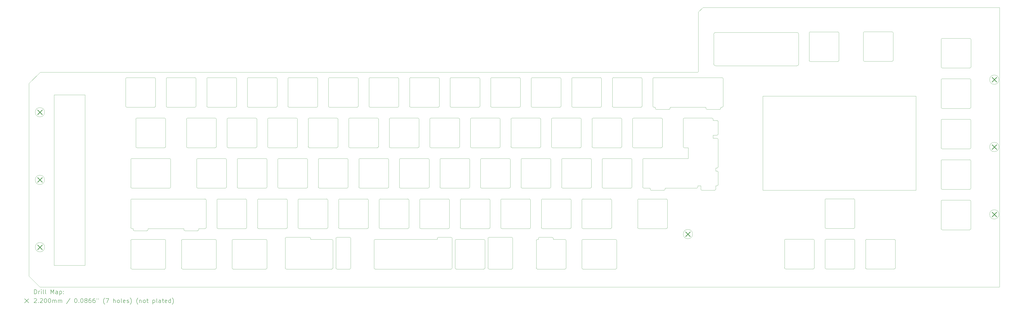
<source format=gbr>
%TF.GenerationSoftware,KiCad,Pcbnew,8.0.3*%
%TF.CreationDate,2024-09-11T17:16:24-04:00*%
%TF.ProjectId,cover_plate,636f7665-725f-4706-9c61-74652e6b6963,rev?*%
%TF.SameCoordinates,Original*%
%TF.FileFunction,Drillmap*%
%TF.FilePolarity,Positive*%
%FSLAX45Y45*%
G04 Gerber Fmt 4.5, Leading zero omitted, Abs format (unit mm)*
G04 Created by KiCad (PCBNEW 8.0.3) date 2024-09-11 17:16:24*
%MOMM*%
%LPD*%
G01*
G04 APERTURE LIST*
%ADD10C,0.100000*%
%ADD11C,0.200000*%
%ADD12C,0.220000*%
G04 APERTURE END LIST*
D10*
X27402095Y-18898355D02*
G75*
G02*
X27452095Y-18948355I-5J-50005D01*
G01*
X17379645Y-16578355D02*
G75*
G02*
X17329645Y-16528355I-5J49995D01*
G01*
X26452145Y-14668355D02*
G75*
G02*
X26402145Y-14618355I-5J49995D01*
G01*
X12127145Y-12758355D02*
X13427145Y-12758355D01*
X39928395Y-15767155D02*
X39867195Y-15767155D01*
X22072145Y-14618355D02*
X22072145Y-13318355D01*
X39928395Y-15767155D02*
G75*
G02*
X39978395Y-15817155I-5J-50005D01*
G01*
X46874185Y-10592195D02*
X48174185Y-10592195D01*
X28757145Y-12708355D02*
G75*
G02*
X28707145Y-12758365I-50005J-5D01*
G01*
X20244645Y-18488355D02*
G75*
G02*
X20194645Y-18438355I-5J49995D01*
G01*
X31227145Y-12758355D02*
X32527145Y-12758355D01*
X51835605Y-15233675D02*
X50535605Y-15233675D01*
X22977145Y-11358355D02*
G75*
G02*
X23027145Y-11408355I-5J-50005D01*
G01*
X48277065Y-18992795D02*
X46977065Y-18992795D01*
X31177145Y-11408355D02*
G75*
G02*
X31227145Y-11358365I49995J-5D01*
G01*
X16342145Y-20348355D02*
X16342145Y-19048355D01*
X23982145Y-14618355D02*
G75*
G02*
X23932145Y-14668365I-50005J-5D01*
G01*
X22627195Y-18898355D02*
G75*
G02*
X22677195Y-18948355I-5J-50005D01*
G01*
X20162145Y-14618355D02*
X20162145Y-13318355D01*
X34042145Y-13318355D02*
X34042145Y-14618355D01*
X16902145Y-14668355D02*
G75*
G02*
X16852145Y-14618355I-5J49995D01*
G01*
X30749645Y-16578355D02*
G75*
G02*
X30699645Y-16528355I-5J49995D01*
G01*
X21833395Y-20348355D02*
X21833395Y-19048355D01*
X27357145Y-11408355D02*
X27357145Y-12708355D01*
X16342145Y-14618355D02*
G75*
G02*
X16292145Y-14668365I-50005J-5D01*
G01*
X31512145Y-18998355D02*
X31512145Y-18948360D01*
X23587145Y-12758355D02*
X24887145Y-12758355D01*
X18679645Y-15178355D02*
G75*
G02*
X18729645Y-15228355I-5J-50005D01*
G01*
X36002145Y-14668355D02*
G75*
G02*
X35952145Y-14618355I-5J49995D01*
G01*
X50485605Y-11463675D02*
G75*
G02*
X50535605Y-11413685I49995J-5D01*
G01*
X32659645Y-16578355D02*
G75*
G02*
X32609645Y-16528355I-5J49995D01*
G01*
X13126645Y-18488855D02*
X14814645Y-18488855D01*
X20732145Y-18898355D02*
G75*
G02*
X20782145Y-18948355I-5J-50005D01*
G01*
X28312145Y-13318355D02*
X28312145Y-14618355D01*
X28789645Y-15228355D02*
X28789645Y-16528355D01*
X38389645Y-14668355D02*
G75*
G02*
X38339645Y-14618355I-5J49995D01*
G01*
X39689645Y-13268355D02*
X38389645Y-13268355D01*
X48174185Y-9192195D02*
G75*
G02*
X48224185Y-9242195I-5J-50005D01*
G01*
X33614645Y-20398355D02*
X35153395Y-20398355D01*
X21677145Y-12758355D02*
X22977145Y-12758355D01*
X48224185Y-10542195D02*
X48224185Y-9242195D01*
X28789645Y-15228355D02*
G75*
G02*
X28839645Y-15178365I49995J-5D01*
G01*
X32527145Y-11358355D02*
G75*
G02*
X32577145Y-11408355I-5J-50005D01*
G01*
X22582145Y-13318355D02*
X22582145Y-14618355D01*
X28312145Y-13318355D02*
G75*
G02*
X28362145Y-13268365I49995J-5D01*
G01*
X37718345Y-12808355D02*
G75*
G02*
X37668345Y-12858365I-50005J-5D01*
G01*
X18252145Y-14618355D02*
X18252145Y-13318355D01*
X26797145Y-11358355D02*
G75*
G02*
X26847145Y-11408355I-5J-50005D01*
G01*
X22677195Y-20348355D02*
X22677195Y-18948355D01*
X22154645Y-18488355D02*
X23454645Y-18488355D01*
X20589645Y-15178355D02*
X19289645Y-15178355D01*
X14703395Y-19048355D02*
X14703395Y-20348355D01*
X36240895Y-18488355D02*
G75*
G02*
X36190895Y-18438355I-5J49995D01*
G01*
X31094645Y-17088355D02*
G75*
G02*
X31144645Y-17138355I-5J-50005D01*
G01*
X32816127Y-20348355D02*
G75*
G02*
X32765913Y-20398598I-50238J-5D01*
G01*
X38389645Y-14668355D02*
X38578395Y-14668355D01*
X27834645Y-17138355D02*
X27834645Y-18438355D01*
X31654645Y-17138355D02*
G75*
G02*
X31704645Y-17088365I49995J-5D01*
G01*
X16852145Y-13318355D02*
G75*
G02*
X16902145Y-13268365I49995J-5D01*
G01*
X15419645Y-15228355D02*
G75*
G02*
X15469645Y-15178365I49995J-5D01*
G01*
X12365895Y-18488355D02*
X12427095Y-18488855D01*
X27752145Y-13268355D02*
G75*
G02*
X27802145Y-13318355I-5J-50005D01*
G01*
X16852145Y-13318355D02*
X16852145Y-14618355D01*
X18762145Y-13318355D02*
X18762145Y-14618355D01*
X16342145Y-14618355D02*
X16342145Y-13318355D01*
X14814645Y-18488855D02*
X14814645Y-18538355D01*
X25924645Y-17138355D02*
G75*
G02*
X25974645Y-17088365I49995J-5D01*
G01*
X21067145Y-11358355D02*
X19767145Y-11358355D01*
X51835605Y-13323675D02*
G75*
G02*
X51885605Y-13373675I-5J-50005D01*
G01*
X20194645Y-17138355D02*
X20194645Y-18438355D01*
X24459645Y-16528355D02*
X24459645Y-15228355D01*
X33482145Y-13268355D02*
G75*
G02*
X33532145Y-13318355I-5J-50005D01*
G01*
X34437145Y-11358355D02*
G75*
G02*
X34487145Y-11408355I-5J-50005D01*
G01*
X23932145Y-13268355D02*
X22632145Y-13268355D01*
X29317145Y-12758355D02*
X30617145Y-12758355D01*
X31177145Y-11408355D02*
X31177145Y-12708355D01*
X30617145Y-11358355D02*
X29317145Y-11358355D01*
X53210000Y-11456000D02*
G75*
G02*
X52770000Y-11456000I-220000J0D01*
G01*
X52770000Y-11456000D02*
G75*
G02*
X53210000Y-11456000I220000J0D01*
G01*
X32182145Y-14668355D02*
G75*
G02*
X32132145Y-14618355I-5J49995D01*
G01*
X45018245Y-17130975D02*
X45018245Y-18430975D01*
X44509445Y-20340015D02*
X44509445Y-19040015D01*
X31704645Y-18488355D02*
G75*
G02*
X31654645Y-18438355I-5J49995D01*
G01*
X25842145Y-13268355D02*
X24542145Y-13268355D01*
X35203975Y-20348001D02*
G75*
G02*
X35153065Y-20398945I-50585J-359D01*
G01*
X34914645Y-17088355D02*
G75*
G02*
X34964645Y-17138355I-5J-50005D01*
G01*
X33004645Y-17088355D02*
G75*
G02*
X33054645Y-17138355I-5J-50005D01*
G01*
X21783395Y-18998355D02*
G75*
G02*
X21833395Y-19048355I-5J-50005D01*
G01*
X33614645Y-20398355D02*
G75*
G02*
X33564645Y-20348355I-5J49995D01*
G01*
X50489355Y-9554355D02*
G75*
G02*
X50539355Y-9504355I50005J-5D01*
G01*
X22027195Y-20398355D02*
X22627195Y-20398355D01*
X21544645Y-17088355D02*
G75*
G02*
X21594645Y-17138355I-5J-50005D01*
G01*
X18729645Y-16528355D02*
X18729645Y-15228355D01*
X35392145Y-13268355D02*
G75*
G02*
X35442145Y-13318355I-5J-50005D01*
G01*
X27802145Y-14618355D02*
G75*
G02*
X27752145Y-14668365I-50005J-5D01*
G01*
X16902145Y-14668355D02*
X18202145Y-14668355D01*
X12315676Y-17138355D02*
G75*
G02*
X12365765Y-17088176I50184J-5D01*
G01*
X23027145Y-12708355D02*
X23027145Y-11408355D01*
X24064645Y-18488355D02*
X25364645Y-18488355D01*
X30139645Y-15178355D02*
X28839645Y-15178355D01*
X20639645Y-16528355D02*
G75*
G02*
X20589645Y-16578365I-50005J-5D01*
G01*
X50535605Y-12813675D02*
X51835605Y-12813675D01*
X19684645Y-18438355D02*
X19684645Y-17138355D01*
X21833395Y-20348355D02*
G75*
G02*
X21783395Y-20398355I-49995J-5D01*
G01*
X45018245Y-19040975D02*
G75*
G02*
X45068245Y-18990985I49995J-5D01*
G01*
X39739645Y-14079555D02*
X39739645Y-14223355D01*
X37068345Y-12858355D02*
X37668345Y-12858355D01*
X29794645Y-18488355D02*
G75*
G02*
X29744645Y-18438355I-5J49995D01*
G01*
X18334645Y-18488355D02*
X19634645Y-18488355D01*
X36479645Y-16578355D02*
X36779595Y-16578355D01*
X29794645Y-18488355D02*
X31094645Y-18488355D01*
X28229645Y-15178355D02*
G75*
G02*
X28279645Y-15228355I-5J-50005D01*
G01*
X20639645Y-16528355D02*
X20639645Y-15228355D01*
X12477095Y-18588355D02*
G75*
G02*
X12427095Y-18538355I-5J49995D01*
G01*
X34092145Y-14668355D02*
X35392145Y-14668355D01*
X30699645Y-15228355D02*
G75*
G02*
X30749645Y-15178365I49995J-5D01*
G01*
X18202145Y-13268355D02*
X16902145Y-13268355D01*
X20722145Y-14668355D02*
X22022145Y-14668355D01*
X26452145Y-14668355D02*
X27752145Y-14668355D01*
X28362145Y-14668355D02*
G75*
G02*
X28312145Y-14618355I-5J49995D01*
G01*
X30272145Y-14668355D02*
X31572145Y-14668355D01*
X16819645Y-16528355D02*
X16819645Y-15228355D01*
X51885605Y-18493675D02*
X51885605Y-17193675D01*
X51885605Y-18493675D02*
G75*
G02*
X51835605Y-18543685I-50005J-5D01*
G01*
X40174145Y-11358355D02*
X36957145Y-11358355D01*
X39772845Y-9325115D02*
G75*
G02*
X39872845Y-9225125I99995J-5D01*
G01*
X34569645Y-16578355D02*
X35869645Y-16578355D01*
X27274645Y-17088355D02*
X25974645Y-17088355D01*
X24409645Y-15178355D02*
X23109645Y-15178355D01*
X14143395Y-15178355D02*
X12365895Y-15178355D01*
X39023395Y-16528355D02*
X39023395Y-16467155D01*
X31415895Y-19048355D02*
G75*
G02*
X31465895Y-18998365I49995J-5D01*
G01*
X32099645Y-16528355D02*
G75*
G02*
X32049645Y-16578365I-50005J-5D01*
G01*
X30303395Y-20348355D02*
X30303395Y-18948355D01*
X29267145Y-11408355D02*
X29267145Y-12708355D01*
X50535605Y-14723675D02*
X51835605Y-14723675D01*
X33532145Y-14618355D02*
G75*
G02*
X33482145Y-14668365I-50005J-5D01*
G01*
X28279645Y-16528355D02*
G75*
G02*
X28229645Y-16578365I-50005J-5D01*
G01*
X30189645Y-16528355D02*
G75*
G02*
X30139645Y-16578365I-50005J-5D01*
G01*
X39772845Y-9325115D02*
X39772845Y-10700115D01*
X13427145Y-11358355D02*
G75*
G02*
X13477145Y-11408355I-5J-50005D01*
G01*
X39217195Y-16678355D02*
G75*
G02*
X39167195Y-16628355I-5J49995D01*
G01*
X45670345Y-10547615D02*
G75*
G02*
X45620345Y-10597625I-50005J-5D01*
G01*
X13954645Y-14618355D02*
G75*
G02*
X13904645Y-14668365I-50005J-5D01*
G01*
X12554645Y-13318355D02*
X12554645Y-14618355D01*
X51889355Y-10854355D02*
X51889355Y-9554355D01*
X23827000Y-20398355D02*
X27402095Y-20398355D01*
X28839645Y-16578355D02*
G75*
G02*
X28789645Y-16528355I-5J49995D01*
G01*
X37352145Y-14618355D02*
G75*
G02*
X37302145Y-14668365I-50005J-5D01*
G01*
X27407145Y-12758355D02*
X28707145Y-12758355D01*
X17297145Y-12708355D02*
G75*
G02*
X17247145Y-12758365I-50005J-5D01*
G01*
X39405945Y-12758355D02*
X39405945Y-12808355D01*
X25497145Y-12758355D02*
G75*
G02*
X25447145Y-12708355I-5J49995D01*
G01*
X22549645Y-16528355D02*
X22549645Y-15228355D01*
X23537145Y-11408355D02*
G75*
G02*
X23587145Y-11358365I49995J-5D01*
G01*
X46368245Y-18990975D02*
G75*
G02*
X46418245Y-19040975I-5J-50005D01*
G01*
X35919645Y-16528355D02*
G75*
G02*
X35869645Y-16578365I-50005J-5D01*
G01*
X26879645Y-15228355D02*
X26879645Y-16528355D01*
X23982145Y-14618355D02*
X23982145Y-13318355D01*
X21627145Y-11408355D02*
G75*
G02*
X21677145Y-11358365I49995J-5D01*
G01*
X27452095Y-20348355D02*
X27452095Y-18948355D01*
X27452095Y-20348355D02*
G75*
G02*
X27402095Y-20398365I-50005J-5D01*
G01*
X39739645Y-13379555D02*
X39739645Y-13318355D01*
X51839355Y-9504355D02*
X50539355Y-9504355D01*
X26369645Y-16528355D02*
X26369645Y-15228355D01*
X33004645Y-17088355D02*
X31704645Y-17088355D01*
X29712145Y-14618355D02*
X29712145Y-13318355D01*
X20589645Y-15178355D02*
G75*
G02*
X20639645Y-15228355I-5J-50005D01*
G01*
X32049645Y-15178355D02*
X30749645Y-15178355D01*
X32212145Y-18998355D02*
X32212145Y-18948360D01*
X39872845Y-10800115D02*
X43697845Y-10800115D01*
X39928395Y-13379555D02*
G75*
G02*
X39978395Y-13429555I-5J-50005D01*
G01*
X23775895Y-19048355D02*
G75*
G02*
X23825895Y-18998365I49995J-5D01*
G01*
X33137145Y-12758355D02*
G75*
G02*
X33087145Y-12708355I-5J49995D01*
G01*
X37018345Y-12758355D02*
X37018345Y-12808355D01*
X39867195Y-16628355D02*
X39867195Y-16467155D01*
X37540895Y-17088355D02*
G75*
G02*
X37590895Y-17138355I-5J-50005D01*
G01*
X39978395Y-14029555D02*
X39978395Y-13429555D01*
X43772845Y-10725115D02*
G75*
G02*
X43697845Y-10800125I-75005J-5D01*
G01*
X33614645Y-18488355D02*
G75*
G02*
X33564645Y-18438355I-5J49995D01*
G01*
X50535605Y-16633675D02*
G75*
G02*
X50485605Y-16583675I-5J49995D01*
G01*
X35869645Y-15178355D02*
G75*
G02*
X35919645Y-15228355I-5J-50005D01*
G01*
X21977195Y-18948355D02*
X21977195Y-20348355D01*
X26797145Y-11358355D02*
X25497145Y-11358355D01*
X38339645Y-13318355D02*
G75*
G02*
X38389645Y-13268365I49995J-5D01*
G01*
X39867195Y-16467155D02*
X39928395Y-16467155D01*
X29189695Y-20398355D02*
X30253395Y-20398355D01*
X37540895Y-17088355D02*
X36240895Y-17088355D01*
X40105945Y-12808355D02*
G75*
G02*
X40055945Y-12858365I-50005J-5D01*
G01*
X32099645Y-16528355D02*
X32099645Y-15228355D01*
X12316000Y-20349000D02*
X12316000Y-19049000D01*
X39872845Y-10800115D02*
G75*
G02*
X39772845Y-10700115I-5J99995D01*
G01*
X46368245Y-18990975D02*
X45068245Y-18990975D01*
X23827000Y-20398504D02*
G75*
G02*
X23775734Y-20348355I-1110J50144D01*
G01*
X30222145Y-13318355D02*
G75*
G02*
X30272145Y-13268365I49995J-5D01*
G01*
X31572145Y-13268355D02*
G75*
G02*
X31622145Y-13318355I-5J-50005D01*
G01*
X27884645Y-18488355D02*
X29184645Y-18488355D01*
X24492145Y-13318355D02*
X24492145Y-14618355D01*
X45068245Y-20390975D02*
X46368245Y-20390975D01*
X44320345Y-10597615D02*
X45620345Y-10597615D01*
X34964645Y-18438355D02*
X34964645Y-17138355D01*
X25447145Y-11408355D02*
G75*
G02*
X25497145Y-11358365I49995J-5D01*
G01*
X39455945Y-12858355D02*
G75*
G02*
X39405945Y-12808355I-5J49995D01*
G01*
X51885605Y-14673675D02*
X51885605Y-13373675D01*
X14942145Y-13318355D02*
G75*
G02*
X14992145Y-13268365I49995J-5D01*
G01*
X26879645Y-15228355D02*
G75*
G02*
X26929645Y-15178365I49995J-5D01*
G01*
X37479595Y-16628355D02*
G75*
G02*
X37429595Y-16678365I-50005J-5D01*
G01*
X14864695Y-18588355D02*
X15464695Y-18588355D01*
X34009645Y-16528355D02*
G75*
G02*
X33959645Y-16578365I-50005J-5D01*
G01*
X26752095Y-18997855D02*
X23825895Y-18998355D01*
X15864645Y-18438355D02*
G75*
G02*
X15814645Y-18488365I-50005J-5D01*
G01*
X24542145Y-14668355D02*
G75*
G02*
X24492145Y-14618355I-5J49995D01*
G01*
X50539355Y-10904355D02*
G75*
G02*
X50489365Y-10854355I5J49995D01*
G01*
X21977195Y-18948355D02*
G75*
G02*
X22027195Y-18898365I49995J-5D01*
G01*
X14992145Y-14668355D02*
X16292145Y-14668355D01*
X28707145Y-11358355D02*
G75*
G02*
X28757145Y-11408355I-5J-50005D01*
G01*
X31144645Y-18438355D02*
X31144645Y-17138355D01*
X53237000Y-8047325D02*
X53237000Y-21242325D01*
X53227325Y-21252000D01*
X8034605Y-21252000D01*
X7518872Y-20736267D01*
X7518872Y-11634085D01*
X8022281Y-11130676D01*
X8022281Y-11130000D01*
X8047781Y-11104500D01*
X39026105Y-11104500D01*
X39051605Y-11079000D01*
X39051605Y-8264000D01*
X39268605Y-8047000D01*
X53233325Y-8047000D01*
X53235000Y-8045325D01*
X53237000Y-8047325D01*
X34487145Y-12708355D02*
G75*
G02*
X34437145Y-12758365I-50005J-5D01*
G01*
X8255000Y-12993000D02*
G75*
G02*
X7815000Y-12993000I-220000J0D01*
G01*
X7815000Y-12993000D02*
G75*
G02*
X8255000Y-12993000I220000J0D01*
G01*
X8254000Y-16186000D02*
G75*
G02*
X7814000Y-16186000I-220000J0D01*
G01*
X7814000Y-16186000D02*
G75*
G02*
X8254000Y-16186000I220000J0D01*
G01*
X27802145Y-14618355D02*
X27802145Y-13318355D01*
X22627195Y-18898355D02*
X22027195Y-18898355D01*
X48224185Y-10542195D02*
G75*
G02*
X48174185Y-10592205I-50005J-5D01*
G01*
X43109445Y-19040015D02*
G75*
G02*
X43159445Y-18990025I49995J-5D01*
G01*
X39978395Y-15573355D02*
G75*
G02*
X39928395Y-15623365I-50005J-5D01*
G01*
X36397145Y-12708355D02*
X36397145Y-11408355D01*
X21149645Y-15228355D02*
G75*
G02*
X21199645Y-15178365I49995J-5D01*
G01*
X29744645Y-17138355D02*
G75*
G02*
X29794645Y-17088365I49995J-5D01*
G01*
X40174000Y-11358355D02*
G75*
G02*
X40217613Y-11408355I-6860J-50005D01*
G01*
X19207145Y-12708355D02*
G75*
G02*
X19157145Y-12758365I-50005J-5D01*
G01*
X21783395Y-18998355D02*
X20782145Y-18997855D01*
X25019645Y-16578355D02*
G75*
G02*
X24969645Y-16528355I-5J49995D01*
G01*
X30667145Y-12708355D02*
G75*
G02*
X30617145Y-12758365I-50005J-5D01*
G01*
X25364645Y-17088355D02*
X24064645Y-17088355D01*
X13127095Y-18538355D02*
X13126645Y-18488855D01*
X34009645Y-16528355D02*
X34009645Y-15228355D01*
X8708000Y-12175000D02*
X10159000Y-12175000D01*
X10159000Y-20226000D01*
X8708000Y-20226000D01*
X8708000Y-12175000D01*
X21199645Y-16578355D02*
X22499645Y-16578355D01*
X48174185Y-9192195D02*
X46874185Y-9192195D01*
X51839355Y-9504355D02*
G75*
G02*
X51889365Y-9554355I5J-50005D01*
G01*
X15469645Y-16578355D02*
X16769645Y-16578355D01*
X46418245Y-18430975D02*
X46418245Y-17130975D01*
X19207145Y-12708355D02*
X19207145Y-11408355D01*
X46977065Y-20392795D02*
X48277065Y-20392795D01*
X43159445Y-20390015D02*
X44459445Y-20390015D01*
X18729645Y-20348355D02*
G75*
G02*
X18679645Y-20398365I-50005J-5D01*
G01*
X35153537Y-18998214D02*
G75*
G02*
X35203537Y-19048355I-147J-50147D01*
G01*
X26847145Y-12708355D02*
G75*
G02*
X26797145Y-12758365I-50005J-5D01*
G01*
X32577145Y-12708355D02*
X32577145Y-11408355D01*
X32815895Y-20348000D02*
X32815895Y-19048360D01*
X16769645Y-15178355D02*
G75*
G02*
X16819645Y-15228355I-5J-50005D01*
G01*
X46418245Y-20340975D02*
X46418245Y-19040975D01*
X19157145Y-11358355D02*
G75*
G02*
X19207145Y-11408355I-5J-50005D01*
G01*
X13477145Y-12708355D02*
X13477145Y-11408355D01*
X20194645Y-17138355D02*
G75*
G02*
X20244645Y-17088365I49995J-5D01*
G01*
X50485605Y-13373675D02*
X50485605Y-14673675D01*
X16292145Y-18998355D02*
X14753395Y-18998355D01*
X33054645Y-18438355D02*
X33054645Y-17138355D01*
X35442145Y-14618355D02*
G75*
G02*
X35392145Y-14668365I-50005J-5D01*
G01*
X27834645Y-17138355D02*
G75*
G02*
X27884645Y-17088365I49995J-5D01*
G01*
X32527145Y-11358355D02*
X31227145Y-11358355D01*
X22104645Y-17138355D02*
X22104645Y-18438355D01*
X34997145Y-11408355D02*
X34997145Y-12708355D01*
X36479645Y-16578355D02*
G75*
G02*
X36429645Y-16528355I-5J49995D01*
G01*
X21067145Y-11358355D02*
G75*
G02*
X21117145Y-11408355I-5J-50005D01*
G01*
X24492145Y-13318355D02*
G75*
G02*
X24542145Y-13268365I49995J-5D01*
G01*
X51835605Y-13323675D02*
X50535605Y-13323675D01*
X16292145Y-13268355D02*
G75*
G02*
X16342145Y-13318355I-5J-50005D01*
G01*
X46418245Y-18430975D02*
G75*
G02*
X46368245Y-18480985I-50005J-5D01*
G01*
X45068245Y-18480975D02*
G75*
G02*
X45018245Y-18430975I-5J49995D01*
G01*
X37068345Y-12858355D02*
G75*
G02*
X37018345Y-12808355I-5J49995D01*
G01*
X13907000Y-20399000D02*
X12366000Y-20399000D01*
X28757145Y-12708355D02*
X28757145Y-11408355D01*
X22022145Y-13268355D02*
X20722145Y-13268355D01*
X25924645Y-17138355D02*
X25924645Y-18438355D01*
X22499645Y-15178355D02*
X21199645Y-15178355D01*
X39739645Y-14079555D02*
X39928395Y-14079555D01*
X22027195Y-20398355D02*
G75*
G02*
X21977195Y-20348355I-5J49995D01*
G01*
X32182145Y-14668355D02*
X33482145Y-14668355D01*
X17724645Y-17088355D02*
G75*
G02*
X17774645Y-17138355I-5J-50005D01*
G01*
X21594645Y-18438355D02*
G75*
G02*
X21544645Y-18488365I-50005J-5D01*
G01*
X19717145Y-11408355D02*
X19717145Y-12708355D01*
X38339645Y-13318355D02*
X38339645Y-14618355D01*
X39867195Y-15623355D02*
X39928395Y-15623355D01*
X24887145Y-11358355D02*
X23587145Y-11358355D01*
X17857145Y-12758355D02*
G75*
G02*
X17807145Y-12708355I-5J49995D01*
G01*
X30189645Y-16528355D02*
X30189645Y-15228355D01*
X28839645Y-16578355D02*
X30139645Y-16578355D01*
X31622145Y-14618355D02*
G75*
G02*
X31572145Y-14668365I-50005J-5D01*
G01*
X24887145Y-11358355D02*
G75*
G02*
X24937145Y-11408355I-5J-50005D01*
G01*
X39928395Y-14223355D02*
X39739645Y-14223355D01*
X39167195Y-16467155D02*
X39167195Y-16628355D01*
X46418245Y-20340975D02*
G75*
G02*
X46368245Y-20390985I-50005J-5D01*
G01*
X37718345Y-12808355D02*
X37718345Y-12758355D01*
X12315895Y-15228355D02*
X12315895Y-16528355D01*
X22632145Y-14668355D02*
X23932145Y-14668355D01*
X31512145Y-18948360D02*
G75*
G02*
X31562145Y-18898365I49995J0D01*
G01*
X18729645Y-19048355D02*
X18729645Y-20348355D01*
X25414645Y-18438355D02*
G75*
G02*
X25364645Y-18488365I-50005J-5D01*
G01*
X19639595Y-20398355D02*
X21783000Y-20398355D01*
X13907000Y-18999000D02*
G75*
G02*
X13957000Y-19049000I0J-50000D01*
G01*
X50485605Y-17193675D02*
G75*
G02*
X50535605Y-17143685I49995J-5D01*
G01*
X21677145Y-12758355D02*
G75*
G02*
X21627145Y-12708355I-5J49995D01*
G01*
X46874185Y-10592195D02*
G75*
G02*
X46824185Y-10542195I-5J49995D01*
G01*
X31622145Y-14618355D02*
X31622145Y-13318355D01*
X35047145Y-12758355D02*
X36347145Y-12758355D01*
X33564645Y-17138355D02*
X33564645Y-18438355D01*
X18812145Y-14668355D02*
X20112145Y-14668355D01*
X17297145Y-12708355D02*
X17297145Y-11408355D01*
X17329645Y-15228355D02*
G75*
G02*
X17379645Y-15178365I49995J-5D01*
G01*
X39689645Y-13268355D02*
G75*
G02*
X39739645Y-13318355I-5J-50005D01*
G01*
X51885605Y-16583675D02*
G75*
G02*
X51835605Y-16633685I-50005J-5D01*
G01*
X39978395Y-16417155D02*
G75*
G02*
X39928395Y-16467165I-50005J-5D01*
G01*
X16374645Y-17138355D02*
X16374645Y-18438355D01*
X26752095Y-18948355D02*
X26752095Y-18997855D01*
X12604645Y-14668355D02*
G75*
G02*
X12554645Y-14618355I-5J49995D01*
G01*
X34437145Y-11358355D02*
X33137145Y-11358355D01*
X12316000Y-19049000D02*
G75*
G02*
X12366000Y-18999000I50000J0D01*
G01*
X29184645Y-17088355D02*
G75*
G02*
X29234645Y-17138355I-5J-50005D01*
G01*
X34964645Y-18438355D02*
G75*
G02*
X34914645Y-18488365I-50005J-5D01*
G01*
X27407145Y-12758355D02*
G75*
G02*
X27357145Y-12708355I-5J49995D01*
G01*
X25447145Y-11408355D02*
X25447145Y-12708355D01*
X29184645Y-17088355D02*
X27884645Y-17088355D01*
X29317145Y-12758355D02*
G75*
G02*
X29267145Y-12708355I-5J49995D01*
G01*
X17088539Y-19047711D02*
X17088539Y-20347711D01*
X31654645Y-17138355D02*
X31654645Y-18438355D01*
X8257000Y-19366000D02*
G75*
G02*
X7817000Y-19366000I-220000J0D01*
G01*
X7817000Y-19366000D02*
G75*
G02*
X8257000Y-19366000I220000J0D01*
G01*
X19239645Y-15228355D02*
G75*
G02*
X19289645Y-15178365I49995J-5D01*
G01*
X28995895Y-20348355D02*
G75*
G02*
X28945895Y-20398365I-50005J-5D01*
G01*
X15947145Y-12758355D02*
X17247145Y-12758355D01*
X31094645Y-17088355D02*
X29794645Y-17088355D01*
X33532145Y-14618355D02*
X33532145Y-13318355D01*
X29662145Y-13268355D02*
X28362145Y-13268355D01*
X23059645Y-15228355D02*
G75*
G02*
X23109645Y-15178365I49995J-5D01*
G01*
X17724645Y-17088355D02*
X16424645Y-17088355D01*
X19634645Y-17088355D02*
G75*
G02*
X19684645Y-17138355I-5J-50005D01*
G01*
X24064645Y-18488355D02*
G75*
G02*
X24014645Y-18438355I-5J49995D01*
G01*
X24459645Y-16528355D02*
G75*
G02*
X24409645Y-16578365I-50005J-5D01*
G01*
X33959645Y-15178355D02*
X32659645Y-15178355D01*
X37479595Y-16628355D02*
X37479595Y-16578355D01*
X33087145Y-11408355D02*
G75*
G02*
X33137145Y-11358365I49995J-5D01*
G01*
X15337145Y-11358355D02*
X14037145Y-11358355D01*
X30617145Y-11358355D02*
G75*
G02*
X30667145Y-11408355I-5J-50005D01*
G01*
X50485605Y-15283675D02*
G75*
G02*
X50535605Y-15233685I49995J-5D01*
G01*
X19157145Y-11358355D02*
X17857145Y-11358355D01*
X50535605Y-12813675D02*
G75*
G02*
X50485605Y-12763675I-5J49995D01*
G01*
X45018245Y-19040975D02*
X45018245Y-20340975D01*
X29712145Y-14618355D02*
G75*
G02*
X29662145Y-14668365I-50005J-5D01*
G01*
X27324645Y-18438355D02*
X27324645Y-17138355D01*
X34042145Y-13318355D02*
G75*
G02*
X34092145Y-13268365I49995J-5D01*
G01*
X26929645Y-16578355D02*
G75*
G02*
X26879645Y-16528355I-5J49995D01*
G01*
X12604645Y-14668355D02*
X13904645Y-14668355D01*
X27324645Y-18438355D02*
G75*
G02*
X27274645Y-18488365I-50005J-5D01*
G01*
X46927065Y-19042795D02*
X46927065Y-20342795D01*
X51889355Y-10854355D02*
G75*
G02*
X51839355Y-10904355I-49995J-5D01*
G01*
X27595895Y-19048355D02*
G75*
G02*
X27645895Y-18998365I49995J-5D01*
G01*
X15514695Y-18538355D02*
X15514645Y-18488855D01*
X50485605Y-17193675D02*
X50485605Y-18493675D01*
X20672145Y-13318355D02*
X20672145Y-14618355D01*
X39867195Y-15767155D02*
X39867195Y-15623355D01*
X13987145Y-11408355D02*
G75*
G02*
X14037145Y-11358365I49995J-5D01*
G01*
X19767145Y-12758355D02*
G75*
G02*
X19717145Y-12708355I-5J49995D01*
G01*
X16374645Y-17138355D02*
G75*
G02*
X16424645Y-17088365I49995J-5D01*
G01*
X12315895Y-15228355D02*
G75*
G02*
X12365895Y-15178365I49995J-5D01*
G01*
X16819645Y-16528355D02*
G75*
G02*
X16769645Y-16578365I-50005J-5D01*
G01*
X14992145Y-14668355D02*
G75*
G02*
X14942145Y-14618355I-5J49995D01*
G01*
X36907145Y-11408355D02*
G75*
G02*
X36957145Y-11358365I49995J-5D01*
G01*
X44459445Y-18990015D02*
X43159445Y-18990015D01*
X23454645Y-17088355D02*
X22154645Y-17088355D01*
X43159445Y-20390015D02*
G75*
G02*
X43109445Y-20340015I-5J49995D01*
G01*
X34487145Y-12708355D02*
X34487145Y-11408355D01*
X30253395Y-18898355D02*
G75*
G02*
X30303395Y-18948355I-5J-50005D01*
G01*
X48327065Y-20342795D02*
G75*
G02*
X48277065Y-20392805I-50005J-5D01*
G01*
X23587145Y-12758355D02*
G75*
G02*
X23537145Y-12708355I-5J49995D01*
G01*
X27884645Y-18488355D02*
G75*
G02*
X27834645Y-18438355I-5J49995D01*
G01*
X20244645Y-18488355D02*
X21544645Y-18488355D01*
X46368245Y-17080975D02*
G75*
G02*
X46418245Y-17130975I-5J-50005D01*
G01*
X32162140Y-18898355D02*
X31562145Y-18898355D01*
X33482145Y-13268355D02*
X32182145Y-13268355D01*
X53210000Y-17817000D02*
G75*
G02*
X52770000Y-17817000I-220000J0D01*
G01*
X52770000Y-17817000D02*
G75*
G02*
X53210000Y-17817000I220000J0D01*
G01*
X34519645Y-15228355D02*
X34519645Y-16528355D01*
X33054645Y-18438355D02*
G75*
G02*
X33004645Y-18488365I-50005J-5D01*
G01*
X14756000Y-20398355D02*
G75*
G02*
X14703327Y-20348355I-2610J49995D01*
G01*
X26847145Y-12708355D02*
X26847145Y-11408355D01*
X45068245Y-18480975D02*
X46368245Y-18480975D01*
X15897145Y-11408355D02*
G75*
G02*
X15947145Y-11358365I49995J-5D01*
G01*
X16769645Y-15178355D02*
X15469645Y-15178355D01*
X15387145Y-12708355D02*
G75*
G02*
X15337145Y-12758365I-50005J-5D01*
G01*
X33564645Y-19048355D02*
G75*
G02*
X33614645Y-18998365I49995J-5D01*
G01*
X28707145Y-11358355D02*
X27407145Y-11358355D01*
X51835605Y-17143675D02*
G75*
G02*
X51885605Y-17193675I-5J-50005D01*
G01*
X13954645Y-14618355D02*
X13954645Y-13318355D01*
X37590895Y-18438355D02*
G75*
G02*
X37540895Y-18488365I-50005J-5D01*
G01*
X35919645Y-16528355D02*
X35919645Y-15228355D01*
X30749645Y-16578355D02*
X32049645Y-16578355D01*
X18679645Y-20398355D02*
X17138645Y-20398355D01*
X20112145Y-13268355D02*
G75*
G02*
X20162145Y-13318355I-5J-50005D01*
G01*
X18679645Y-18998355D02*
G75*
G02*
X18729645Y-19048355I-5J-50005D01*
G01*
X29189695Y-20398355D02*
G75*
G02*
X29139695Y-20348355I-5J49995D01*
G01*
X34997145Y-11408355D02*
G75*
G02*
X35047145Y-11358365I49995J-5D01*
G01*
X16292145Y-18998355D02*
G75*
G02*
X16342145Y-19048355I-5J-50005D01*
G01*
X12315895Y-17138355D02*
X12315895Y-18438355D01*
X22154645Y-18488355D02*
G75*
G02*
X22104645Y-18438355I-5J49995D01*
G01*
X18679645Y-15178355D02*
X17379645Y-15178355D01*
X24937145Y-12708355D02*
G75*
G02*
X24887145Y-12758365I-50005J-5D01*
G01*
X15897145Y-11408355D02*
X15897145Y-12708355D01*
X35047145Y-12758355D02*
G75*
G02*
X34997145Y-12708355I-5J49995D01*
G01*
X50535605Y-14723675D02*
G75*
G02*
X50485605Y-14673675I-5J49995D01*
G01*
X36829595Y-16678355D02*
G75*
G02*
X36779595Y-16628355I-5J49995D01*
G01*
X26402145Y-13318355D02*
X26402145Y-14618355D01*
X13957000Y-20349000D02*
G75*
G02*
X13907000Y-20399000I-50000J0D01*
G01*
X36397145Y-12708355D02*
G75*
G02*
X36347145Y-12758365I-50005J-5D01*
G01*
X21627145Y-11408355D02*
X21627145Y-12708355D01*
X29234645Y-18438355D02*
G75*
G02*
X29184645Y-18488365I-50005J-5D01*
G01*
X37352145Y-14618355D02*
X37352145Y-13318355D01*
X12077145Y-11408355D02*
X12077145Y-12708355D01*
X12366000Y-20399000D02*
G75*
G02*
X12316000Y-20349000I0J50000D01*
G01*
X21199645Y-16578355D02*
G75*
G02*
X21149645Y-16528355I-5J49995D01*
G01*
X51885605Y-12763675D02*
X51885605Y-11463675D01*
X43697845Y-9225115D02*
G75*
G02*
X43772845Y-9300115I-5J-75005D01*
G01*
X36429645Y-15228355D02*
G75*
G02*
X36479645Y-15178365I49995J-5D01*
G01*
X21149645Y-15228355D02*
X21149645Y-16528355D01*
X12365895Y-18488355D02*
G75*
G02*
X12315895Y-18438355I-5J49995D01*
G01*
X43109445Y-19040015D02*
X43109445Y-20340015D01*
X19767145Y-12758355D02*
X21067145Y-12758355D01*
X39217195Y-16678355D02*
X39817195Y-16678355D01*
X37479595Y-16578355D02*
X38973395Y-16578355D01*
X45620345Y-9197615D02*
G75*
G02*
X45670345Y-9247615I-5J-50005D01*
G01*
X38578395Y-15178355D02*
X36479645Y-15178355D01*
X32609645Y-15228355D02*
G75*
G02*
X32659645Y-15178365I49995J-5D01*
G01*
X32659645Y-16578355D02*
X33959645Y-16578355D01*
X36347145Y-11358355D02*
G75*
G02*
X36397145Y-11408355I-5J-50005D01*
G01*
X27402095Y-18898355D02*
X26802095Y-18898355D01*
X28945895Y-18998355D02*
X27645895Y-18998355D01*
X25974645Y-18488355D02*
X27274645Y-18488355D01*
X20112145Y-13268355D02*
X18812145Y-13268355D01*
X15514645Y-18488855D02*
X15814645Y-18488355D01*
X30303395Y-20348355D02*
G75*
G02*
X30253395Y-20398365I-50005J-5D01*
G01*
X17138645Y-20398355D02*
G75*
G02*
X17088645Y-20348355I-5J49995D01*
G01*
X29234645Y-18438355D02*
X29234645Y-17138355D01*
X18202145Y-13268355D02*
G75*
G02*
X18252145Y-13318355I-5J-50005D01*
G01*
X31465895Y-20398355D02*
X32766859Y-20398355D01*
X23932145Y-13268355D02*
G75*
G02*
X23982145Y-13318355I-5J-50005D01*
G01*
X39867195Y-16628355D02*
G75*
G02*
X39817195Y-16678365I-50005J-5D01*
G01*
X32132145Y-13318355D02*
G75*
G02*
X32182145Y-13268365I49995J-5D01*
G01*
X23109645Y-16578355D02*
X24409645Y-16578355D01*
X40105945Y-12758355D02*
X40167145Y-12758355D01*
X36347145Y-11358355D02*
X35047145Y-11358355D01*
X39928395Y-14223355D02*
G75*
G02*
X39978395Y-14273355I-5J-50005D01*
G01*
X12477095Y-18588355D02*
X13077095Y-18588355D01*
X12077145Y-11408355D02*
G75*
G02*
X12127145Y-11358365I49995J-5D01*
G01*
X20672145Y-13318355D02*
G75*
G02*
X20722145Y-13268365I49995J-5D01*
G01*
X28279645Y-16528355D02*
X28279645Y-15228355D01*
X18812145Y-14668355D02*
G75*
G02*
X18762145Y-14618355I-5J49995D01*
G01*
X31227145Y-12758355D02*
G75*
G02*
X31177145Y-12708355I-5J49995D01*
G01*
X45068245Y-20390975D02*
G75*
G02*
X45018245Y-20340975I-5J49995D01*
G01*
X39167195Y-16467155D02*
X39023395Y-16467155D01*
X35442145Y-14618355D02*
X35442145Y-13318355D01*
X50485605Y-11463675D02*
X50485605Y-12763675D01*
X19289645Y-16578355D02*
G75*
G02*
X19239645Y-16528355I-5J49995D01*
G01*
X22677195Y-20348355D02*
G75*
G02*
X22627195Y-20398365I-50005J-5D01*
G01*
X30222145Y-13318355D02*
X30222145Y-14618355D01*
X17774645Y-18438355D02*
G75*
G02*
X17724645Y-18488365I-50005J-5D01*
G01*
X13477145Y-12708355D02*
G75*
G02*
X13427145Y-12758365I-50005J-5D01*
G01*
X22072145Y-14618355D02*
G75*
G02*
X22022145Y-14668365I-50005J-5D01*
G01*
X35153537Y-18998214D02*
X33614787Y-18998214D01*
X46824185Y-9242195D02*
X46824185Y-10542195D01*
X35203395Y-20348355D02*
X35203395Y-19048355D01*
X29267145Y-11408355D02*
G75*
G02*
X29317145Y-11358365I49995J-5D01*
G01*
X21117145Y-12708355D02*
G75*
G02*
X21067145Y-12758365I-50005J-5D01*
G01*
X21594645Y-18438355D02*
X21594645Y-17138355D01*
X26369645Y-16528355D02*
G75*
G02*
X26319645Y-16578365I-50005J-5D01*
G01*
X15864645Y-18438355D02*
X15864645Y-17140000D01*
X17247145Y-11358355D02*
X15947145Y-11358355D01*
X46927065Y-19042795D02*
G75*
G02*
X46977065Y-18992805I49995J-5D01*
G01*
X37302145Y-13268355D02*
G75*
G02*
X37352145Y-13318355I-5J-50005D01*
G01*
X34519645Y-15228355D02*
G75*
G02*
X34569645Y-15178365I49995J-5D01*
G01*
X39978395Y-14029555D02*
G75*
G02*
X39928395Y-14079565I-50005J-5D01*
G01*
X17857145Y-12758355D02*
X19157145Y-12758355D01*
X23504645Y-18438355D02*
G75*
G02*
X23454645Y-18488365I-50005J-5D01*
G01*
X26752095Y-18948355D02*
G75*
G02*
X26802095Y-18898365I49995J-5D01*
G01*
X13987145Y-11408355D02*
X13987145Y-12708355D01*
X36779595Y-16578355D02*
X36779595Y-16628355D01*
X24014645Y-17138355D02*
G75*
G02*
X24064645Y-17088365I49995J-5D01*
G01*
X19684645Y-18438355D02*
G75*
G02*
X19634645Y-18488365I-50005J-5D01*
G01*
X43772845Y-10725115D02*
X43772845Y-9300115D01*
X27274645Y-17088355D02*
G75*
G02*
X27324645Y-17138355I-5J-50005D01*
G01*
X22977145Y-11358355D02*
X21677145Y-11358355D01*
X28362145Y-14668355D02*
X29662145Y-14668355D01*
X25892145Y-14618355D02*
G75*
G02*
X25842145Y-14668365I-50005J-5D01*
G01*
X33564645Y-17138355D02*
G75*
G02*
X33614645Y-17088365I49995J-5D01*
G01*
X34569645Y-16578355D02*
G75*
G02*
X34519645Y-16528355I-5J49995D01*
G01*
X50535605Y-18543675D02*
X51835605Y-18543675D01*
X40217145Y-12708355D02*
X40217145Y-11408355D01*
X13904645Y-13268355D02*
G75*
G02*
X13954645Y-13318355I-5J-50005D01*
G01*
X44509445Y-20340015D02*
G75*
G02*
X44459445Y-20390025I-50005J-5D01*
G01*
X18334645Y-18488355D02*
G75*
G02*
X18284645Y-18438355I-5J49995D01*
G01*
X16292145Y-13268355D02*
X14992145Y-13268355D01*
X26402145Y-13318355D02*
G75*
G02*
X26452145Y-13268365I49995J-5D01*
G01*
X33137145Y-12758355D02*
X34437145Y-12758355D01*
X23059645Y-15228355D02*
X23059645Y-16528355D01*
X23454645Y-17088355D02*
G75*
G02*
X23504645Y-17138355I-5J-50005D01*
G01*
X26319645Y-15178355D02*
X25019645Y-15178355D01*
X30253395Y-18898355D02*
X29189695Y-18898355D01*
X19639595Y-20398355D02*
G75*
G02*
X19589595Y-20348355I-5J49995D01*
G01*
X28229645Y-15178355D02*
X26929645Y-15178355D01*
X44270345Y-9247615D02*
G75*
G02*
X44320345Y-9197625I49995J-5D01*
G01*
X44320345Y-10597615D02*
G75*
G02*
X44270345Y-10547615I-5J49995D01*
G01*
X45018245Y-17130975D02*
G75*
G02*
X45068245Y-17080985I49995J-5D01*
G01*
X22499645Y-15178355D02*
G75*
G02*
X22549645Y-15228355I-5J-50005D01*
G01*
X51835605Y-11413675D02*
G75*
G02*
X51885605Y-11463675I-5J-50005D01*
G01*
X45670345Y-10547615D02*
X45670345Y-9247615D01*
X44270345Y-9247615D02*
X44270345Y-10547615D01*
X25974645Y-18488355D02*
G75*
G02*
X25924645Y-18438355I-5J49995D01*
G01*
X14037145Y-12758355D02*
G75*
G02*
X13987145Y-12708355I-5J49995D01*
G01*
X14143395Y-15178355D02*
G75*
G02*
X14193395Y-15228355I-5J-50005D01*
G01*
X43697845Y-9225115D02*
X39872845Y-9225115D01*
X36957145Y-12758355D02*
X37018345Y-12758355D01*
X46977065Y-20392795D02*
G75*
G02*
X46927065Y-20342795I-5J49995D01*
G01*
X37718345Y-12758355D02*
X39405945Y-12758355D01*
X25364645Y-17088355D02*
G75*
G02*
X25414645Y-17138355I-5J-50005D01*
G01*
X15814000Y-17088355D02*
X12366000Y-17088355D01*
X23537145Y-11408355D02*
X23537145Y-12708355D01*
X35952145Y-13318355D02*
X35952145Y-14618355D01*
X15387145Y-12708355D02*
X15387145Y-11408355D01*
X48327065Y-20342795D02*
X48327065Y-19042795D01*
X15419645Y-15228355D02*
X15419645Y-16528355D01*
X22022145Y-13268355D02*
G75*
G02*
X22072145Y-13318355I-5J-50005D01*
G01*
X30272145Y-14668355D02*
G75*
G02*
X30222145Y-14618355I-5J49995D01*
G01*
X17807145Y-11408355D02*
X17807145Y-12708355D01*
X15514695Y-18538355D02*
G75*
G02*
X15464695Y-18588365I-50005J-5D01*
G01*
X50485605Y-13373675D02*
G75*
G02*
X50535605Y-13323685I49995J-5D01*
G01*
X27752145Y-13268355D02*
X26452145Y-13268355D01*
X27595895Y-19048355D02*
X27595895Y-20348355D01*
X36190895Y-17138355D02*
X36190895Y-18438355D01*
X36190895Y-17138355D02*
G75*
G02*
X36240895Y-17088365I49995J-5D01*
G01*
X51835605Y-11413675D02*
X50535605Y-11413675D01*
X32765895Y-18998355D02*
G75*
G02*
X32815895Y-19048360I-5J-50005D01*
G01*
X17379645Y-16578355D02*
X18679645Y-16578355D01*
X18284645Y-17138355D02*
G75*
G02*
X18334645Y-17088365I49995J-5D01*
G01*
X13127095Y-18538355D02*
G75*
G02*
X13077095Y-18588365I-50005J-5D01*
G01*
X33564645Y-19048355D02*
X33564645Y-20348355D01*
X35869645Y-15178355D02*
X34569645Y-15178355D01*
X15814101Y-17088926D02*
G75*
G02*
X15864643Y-17139534I469J-50074D01*
G01*
X31465895Y-20398355D02*
G75*
G02*
X31415895Y-20348360I-5J49995D01*
G01*
X50485605Y-15283675D02*
X50485605Y-16583675D01*
X39023395Y-16528355D02*
G75*
G02*
X38973395Y-16578365I-50005J-5D01*
G01*
X18729645Y-16528355D02*
G75*
G02*
X18679645Y-16578365I-50005J-5D01*
G01*
X44459445Y-18990015D02*
G75*
G02*
X44509445Y-19040015I-5J-50005D01*
G01*
X51835605Y-15233675D02*
G75*
G02*
X51885605Y-15283675I-5J-50005D01*
G01*
X25019645Y-16578355D02*
X26319645Y-16578355D01*
X32577145Y-12708355D02*
G75*
G02*
X32527145Y-12758365I-50005J-5D01*
G01*
X29662145Y-13268355D02*
G75*
G02*
X29712145Y-13318355I-5J-50005D01*
G01*
X30139645Y-15178355D02*
G75*
G02*
X30189645Y-15228355I-5J-50005D01*
G01*
X31512145Y-18998355D02*
X31465895Y-18998355D01*
X19589595Y-18948355D02*
G75*
G02*
X19639595Y-18898365I49995J-5D01*
G01*
X17329645Y-15228355D02*
X17329645Y-16528355D01*
X39978395Y-15573355D02*
X39978395Y-14273355D01*
X13427145Y-11358355D02*
X12127145Y-11358355D01*
X53211000Y-14633000D02*
G75*
G02*
X52771000Y-14633000I-220000J0D01*
G01*
X52771000Y-14633000D02*
G75*
G02*
X53211000Y-14633000I220000J0D01*
G01*
X23775895Y-19048355D02*
X23775895Y-20348355D01*
X36957145Y-12758355D02*
G75*
G02*
X36907145Y-12708355I-5J49995D01*
G01*
X23109645Y-16578355D02*
G75*
G02*
X23059645Y-16528355I-5J49995D01*
G01*
X22632145Y-14668355D02*
G75*
G02*
X22582145Y-14618355I-5J49995D01*
G01*
X12365895Y-16578355D02*
X14143395Y-16578355D01*
X17807145Y-11408355D02*
G75*
G02*
X17857145Y-11358365I49995J-5D01*
G01*
X39978395Y-16417155D02*
X39978395Y-15817155D01*
X32132145Y-13318355D02*
X32132145Y-14618355D01*
X32049645Y-15178355D02*
G75*
G02*
X32099645Y-15228355I-5J-50005D01*
G01*
X32765890Y-18998355D02*
X32212145Y-18998355D01*
X13904645Y-13268355D02*
X12604645Y-13268355D01*
X30667145Y-12708355D02*
X30667145Y-11408355D01*
X22582145Y-13318355D02*
G75*
G02*
X22632145Y-13268365I49995J-5D01*
G01*
X39928395Y-13379555D02*
X39739645Y-13379555D01*
X39455945Y-12858355D02*
X40055945Y-12858355D01*
X35392145Y-13268355D02*
X34092145Y-13268355D01*
X14193395Y-16528355D02*
G75*
G02*
X14143395Y-16578365I-50005J-5D01*
G01*
X15337145Y-11358355D02*
G75*
G02*
X15387145Y-11408355I-5J-50005D01*
G01*
X13957000Y-19049000D02*
X13957000Y-20349000D01*
X17247145Y-11358355D02*
G75*
G02*
X17297145Y-11408355I-5J-50005D01*
G01*
X46824185Y-9242195D02*
G75*
G02*
X46874185Y-9192205I49995J-5D01*
G01*
X14037145Y-12758355D02*
X15337145Y-12758355D01*
X46368245Y-17080975D02*
X45068245Y-17080975D01*
X17774645Y-18438355D02*
X17774645Y-17138355D01*
X37590895Y-18438355D02*
X37590895Y-17138355D01*
X36002145Y-14668355D02*
X37302145Y-14668355D01*
X50539355Y-10904355D02*
X51839355Y-10904355D01*
X31704645Y-18488355D02*
X33004645Y-18488355D01*
X17088645Y-19048355D02*
G75*
G02*
X17138645Y-18998365I49995J-5D01*
G01*
X26319645Y-15178355D02*
G75*
G02*
X26369645Y-15228355I-5J-50005D01*
G01*
X29139695Y-18948355D02*
X29139695Y-20348355D01*
X24409645Y-15178355D02*
G75*
G02*
X24459645Y-15228355I-5J-50005D01*
G01*
X24937145Y-12708355D02*
X24937145Y-11408355D01*
X19589595Y-18948355D02*
X19589595Y-20348355D01*
X36240895Y-18488355D02*
X37540895Y-18488355D01*
X12366000Y-18999000D02*
X13907000Y-18999000D01*
X27645895Y-20398355D02*
G75*
G02*
X27595895Y-20348355I-5J49995D01*
G01*
X31572145Y-13268355D02*
X30272145Y-13268355D01*
X51885605Y-16583675D02*
X51885605Y-15283675D01*
X28995895Y-20348355D02*
X28995895Y-19048355D01*
X25497145Y-12758355D02*
X26797145Y-12758355D01*
X26929645Y-16578355D02*
X28229645Y-16578355D01*
X19634645Y-17088355D02*
X18334645Y-17088355D01*
X33959645Y-15178355D02*
G75*
G02*
X34009645Y-15228355I-5J-50005D01*
G01*
X19717145Y-11408355D02*
G75*
G02*
X19767145Y-11358365I49995J-5D01*
G01*
X24969645Y-15228355D02*
G75*
G02*
X25019645Y-15178365I49995J-5D01*
G01*
X20782145Y-18997855D02*
X20782145Y-18948355D01*
X30699645Y-15228355D02*
X30699645Y-16528355D01*
X24014645Y-17138355D02*
X24014645Y-18438355D01*
X14864695Y-18588355D02*
G75*
G02*
X14814695Y-18538355I-5J49995D01*
G01*
X23027145Y-12708355D02*
G75*
G02*
X22977145Y-12758365I-50005J-5D01*
G01*
X21117145Y-12708355D02*
X21117145Y-11408355D01*
X15469645Y-16578355D02*
G75*
G02*
X15419645Y-16528355I-5J49995D01*
G01*
X42090000Y-12234000D02*
X49298000Y-12234000D01*
X49298000Y-16678000D01*
X42090000Y-16678000D01*
X42090000Y-12234000D01*
X28945895Y-18998355D02*
G75*
G02*
X28995895Y-19048355I-5J-50005D01*
G01*
X16424645Y-18488355D02*
G75*
G02*
X16374645Y-18438355I-5J49995D01*
G01*
X51885605Y-14673675D02*
G75*
G02*
X51835605Y-14723685I-50005J-5D01*
G01*
X32162140Y-18898355D02*
G75*
G02*
X32212145Y-18948360I0J-50005D01*
G01*
X36429645Y-15228355D02*
X36429645Y-16528355D01*
X17138645Y-18998355D02*
X18679645Y-18998355D01*
X24542145Y-14668355D02*
X25842145Y-14668355D01*
X20732145Y-18898355D02*
X19639595Y-18898355D01*
X20162145Y-14618355D02*
G75*
G02*
X20112145Y-14668365I-50005J-5D01*
G01*
X40105945Y-12808355D02*
X40105945Y-12758355D01*
X50535605Y-16633675D02*
X51835605Y-16633675D01*
X34914645Y-17088355D02*
X33614645Y-17088355D01*
X14756000Y-20398355D02*
X16292145Y-20398355D01*
X50489355Y-9554355D02*
X50489355Y-10854355D01*
X18252145Y-14618355D02*
G75*
G02*
X18202145Y-14668365I-50005J-5D01*
G01*
X22549645Y-16528355D02*
G75*
G02*
X22499645Y-16578365I-50005J-5D01*
G01*
X21544645Y-17088355D02*
X20244645Y-17088355D01*
X40217145Y-12708355D02*
G75*
G02*
X40167145Y-12758365I-50005J-5D01*
G01*
X12365895Y-16578355D02*
G75*
G02*
X12315895Y-16528355I-5J49995D01*
G01*
X18762145Y-13318355D02*
G75*
G02*
X18812145Y-13268365I49995J-5D01*
G01*
X14942145Y-13318355D02*
X14942145Y-14618355D01*
X35952145Y-13318355D02*
G75*
G02*
X36002145Y-13268365I49995J-5D01*
G01*
X24969645Y-15228355D02*
X24969645Y-16528355D01*
X45620345Y-9197615D02*
X44320345Y-9197615D01*
X29744645Y-17138355D02*
X29744645Y-18438355D01*
X31415895Y-19048355D02*
X31415895Y-20348360D01*
X18284645Y-17138355D02*
X18284645Y-18438355D01*
X32609645Y-15228355D02*
X32609645Y-16528355D01*
X37302145Y-13268355D02*
X36002145Y-13268355D01*
X12427095Y-18488855D02*
X12427095Y-18538355D01*
X20722145Y-14668355D02*
G75*
G02*
X20672145Y-14618355I-5J49995D01*
G01*
X15947145Y-12758355D02*
G75*
G02*
X15897145Y-12708355I-5J49995D01*
G01*
X23504645Y-18438355D02*
X23504645Y-17138355D01*
X50535605Y-18543675D02*
G75*
G02*
X50485605Y-18493675I-5J49995D01*
G01*
X34092145Y-14668355D02*
G75*
G02*
X34042145Y-14618355I-5J49995D01*
G01*
X36829595Y-16678355D02*
X37429595Y-16678355D01*
X29139695Y-18948355D02*
G75*
G02*
X29189695Y-18898365I49995J-5D01*
G01*
X38779000Y-18747000D02*
G75*
G02*
X38339000Y-18747000I-220000J0D01*
G01*
X38339000Y-18747000D02*
G75*
G02*
X38779000Y-18747000I220000J0D01*
G01*
X27645895Y-20398355D02*
X28945895Y-20398355D01*
X25414645Y-18438355D02*
X25414645Y-17138355D01*
X27357145Y-11408355D02*
G75*
G02*
X27407145Y-11358365I49995J-5D01*
G01*
X51885605Y-12763675D02*
G75*
G02*
X51835605Y-12813685I-50005J-5D01*
G01*
X19239645Y-15228355D02*
X19239645Y-16528355D01*
X12554645Y-13318355D02*
G75*
G02*
X12604645Y-13268365I49995J-5D01*
G01*
X25842145Y-13268355D02*
G75*
G02*
X25892145Y-13318355I-5J-50005D01*
G01*
X14703249Y-19049000D02*
G75*
G02*
X14753269Y-18998215I50141J640D01*
G01*
X22104645Y-17138355D02*
G75*
G02*
X22154645Y-17088365I49995J-5D01*
G01*
X33614645Y-18488355D02*
X34914645Y-18488355D01*
X48277065Y-18992795D02*
G75*
G02*
X48327065Y-19042795I-5J-50005D01*
G01*
X36907145Y-11408355D02*
X36907145Y-12708355D01*
X16342145Y-20348355D02*
G75*
G02*
X16292145Y-20398365I-50005J-5D01*
G01*
X16424645Y-18488355D02*
X17724645Y-18488355D01*
X31144645Y-18438355D02*
G75*
G02*
X31094645Y-18488365I-50005J-5D01*
G01*
X19289645Y-16578355D02*
X20589645Y-16578355D01*
X33087145Y-11408355D02*
X33087145Y-12708355D01*
X14193395Y-16528355D02*
X14193395Y-15228355D01*
X38578395Y-14668355D02*
X38578395Y-15178355D01*
X12127145Y-12758355D02*
G75*
G02*
X12077145Y-12708355I-5J49995D01*
G01*
X51835605Y-17143675D02*
X50535605Y-17143675D01*
X25892145Y-14618355D02*
X25892145Y-13318355D01*
D11*
D12*
X7924000Y-16076000D02*
X8144000Y-16296000D01*
X8144000Y-16076000D02*
X7924000Y-16296000D01*
X7925000Y-12883000D02*
X8145000Y-13103000D01*
X8145000Y-12883000D02*
X7925000Y-13103000D01*
X7927000Y-19256000D02*
X8147000Y-19476000D01*
X8147000Y-19256000D02*
X7927000Y-19476000D01*
X38449000Y-18637000D02*
X38669000Y-18857000D01*
X38669000Y-18637000D02*
X38449000Y-18857000D01*
X52880000Y-11346000D02*
X53100000Y-11566000D01*
X53100000Y-11346000D02*
X52880000Y-11566000D01*
X52880000Y-17707000D02*
X53100000Y-17927000D01*
X53100000Y-17707000D02*
X52880000Y-17927000D01*
X52881000Y-14523000D02*
X53101000Y-14743000D01*
X53101000Y-14523000D02*
X52881000Y-14743000D01*
D11*
X7774649Y-21568484D02*
X7774649Y-21368484D01*
X7774649Y-21368484D02*
X7822268Y-21368484D01*
X7822268Y-21368484D02*
X7850839Y-21378008D01*
X7850839Y-21378008D02*
X7869887Y-21397055D01*
X7869887Y-21397055D02*
X7879411Y-21416103D01*
X7879411Y-21416103D02*
X7888934Y-21454198D01*
X7888934Y-21454198D02*
X7888934Y-21482770D01*
X7888934Y-21482770D02*
X7879411Y-21520865D01*
X7879411Y-21520865D02*
X7869887Y-21539912D01*
X7869887Y-21539912D02*
X7850839Y-21558960D01*
X7850839Y-21558960D02*
X7822268Y-21568484D01*
X7822268Y-21568484D02*
X7774649Y-21568484D01*
X7974649Y-21568484D02*
X7974649Y-21435150D01*
X7974649Y-21473246D02*
X7984172Y-21454198D01*
X7984172Y-21454198D02*
X7993696Y-21444674D01*
X7993696Y-21444674D02*
X8012744Y-21435150D01*
X8012744Y-21435150D02*
X8031792Y-21435150D01*
X8098458Y-21568484D02*
X8098458Y-21435150D01*
X8098458Y-21368484D02*
X8088934Y-21378008D01*
X8088934Y-21378008D02*
X8098458Y-21387531D01*
X8098458Y-21387531D02*
X8107982Y-21378008D01*
X8107982Y-21378008D02*
X8098458Y-21368484D01*
X8098458Y-21368484D02*
X8098458Y-21387531D01*
X8222268Y-21568484D02*
X8203220Y-21558960D01*
X8203220Y-21558960D02*
X8193696Y-21539912D01*
X8193696Y-21539912D02*
X8193696Y-21368484D01*
X8327030Y-21568484D02*
X8307982Y-21558960D01*
X8307982Y-21558960D02*
X8298458Y-21539912D01*
X8298458Y-21539912D02*
X8298458Y-21368484D01*
X8555601Y-21568484D02*
X8555601Y-21368484D01*
X8555601Y-21368484D02*
X8622268Y-21511341D01*
X8622268Y-21511341D02*
X8688934Y-21368484D01*
X8688934Y-21368484D02*
X8688934Y-21568484D01*
X8869887Y-21568484D02*
X8869887Y-21463722D01*
X8869887Y-21463722D02*
X8860363Y-21444674D01*
X8860363Y-21444674D02*
X8841315Y-21435150D01*
X8841315Y-21435150D02*
X8803220Y-21435150D01*
X8803220Y-21435150D02*
X8784173Y-21444674D01*
X8869887Y-21558960D02*
X8850839Y-21568484D01*
X8850839Y-21568484D02*
X8803220Y-21568484D01*
X8803220Y-21568484D02*
X8784173Y-21558960D01*
X8784173Y-21558960D02*
X8774649Y-21539912D01*
X8774649Y-21539912D02*
X8774649Y-21520865D01*
X8774649Y-21520865D02*
X8784173Y-21501817D01*
X8784173Y-21501817D02*
X8803220Y-21492293D01*
X8803220Y-21492293D02*
X8850839Y-21492293D01*
X8850839Y-21492293D02*
X8869887Y-21482770D01*
X8965125Y-21435150D02*
X8965125Y-21635150D01*
X8965125Y-21444674D02*
X8984173Y-21435150D01*
X8984173Y-21435150D02*
X9022268Y-21435150D01*
X9022268Y-21435150D02*
X9041315Y-21444674D01*
X9041315Y-21444674D02*
X9050839Y-21454198D01*
X9050839Y-21454198D02*
X9060363Y-21473246D01*
X9060363Y-21473246D02*
X9060363Y-21530389D01*
X9060363Y-21530389D02*
X9050839Y-21549436D01*
X9050839Y-21549436D02*
X9041315Y-21558960D01*
X9041315Y-21558960D02*
X9022268Y-21568484D01*
X9022268Y-21568484D02*
X8984173Y-21568484D01*
X8984173Y-21568484D02*
X8965125Y-21558960D01*
X9146077Y-21549436D02*
X9155601Y-21558960D01*
X9155601Y-21558960D02*
X9146077Y-21568484D01*
X9146077Y-21568484D02*
X9136554Y-21558960D01*
X9136554Y-21558960D02*
X9146077Y-21549436D01*
X9146077Y-21549436D02*
X9146077Y-21568484D01*
X9146077Y-21444674D02*
X9155601Y-21454198D01*
X9155601Y-21454198D02*
X9146077Y-21463722D01*
X9146077Y-21463722D02*
X9136554Y-21454198D01*
X9136554Y-21454198D02*
X9146077Y-21444674D01*
X9146077Y-21444674D02*
X9146077Y-21463722D01*
X7313872Y-21797000D02*
X7513872Y-21997000D01*
X7513872Y-21797000D02*
X7313872Y-21997000D01*
X7765125Y-21807531D02*
X7774649Y-21798008D01*
X7774649Y-21798008D02*
X7793696Y-21788484D01*
X7793696Y-21788484D02*
X7841315Y-21788484D01*
X7841315Y-21788484D02*
X7860363Y-21798008D01*
X7860363Y-21798008D02*
X7869887Y-21807531D01*
X7869887Y-21807531D02*
X7879411Y-21826579D01*
X7879411Y-21826579D02*
X7879411Y-21845627D01*
X7879411Y-21845627D02*
X7869887Y-21874198D01*
X7869887Y-21874198D02*
X7755601Y-21988484D01*
X7755601Y-21988484D02*
X7879411Y-21988484D01*
X7965125Y-21969436D02*
X7974649Y-21978960D01*
X7974649Y-21978960D02*
X7965125Y-21988484D01*
X7965125Y-21988484D02*
X7955601Y-21978960D01*
X7955601Y-21978960D02*
X7965125Y-21969436D01*
X7965125Y-21969436D02*
X7965125Y-21988484D01*
X8050839Y-21807531D02*
X8060363Y-21798008D01*
X8060363Y-21798008D02*
X8079411Y-21788484D01*
X8079411Y-21788484D02*
X8127030Y-21788484D01*
X8127030Y-21788484D02*
X8146077Y-21798008D01*
X8146077Y-21798008D02*
X8155601Y-21807531D01*
X8155601Y-21807531D02*
X8165125Y-21826579D01*
X8165125Y-21826579D02*
X8165125Y-21845627D01*
X8165125Y-21845627D02*
X8155601Y-21874198D01*
X8155601Y-21874198D02*
X8041315Y-21988484D01*
X8041315Y-21988484D02*
X8165125Y-21988484D01*
X8288934Y-21788484D02*
X8307982Y-21788484D01*
X8307982Y-21788484D02*
X8327030Y-21798008D01*
X8327030Y-21798008D02*
X8336553Y-21807531D01*
X8336553Y-21807531D02*
X8346077Y-21826579D01*
X8346077Y-21826579D02*
X8355601Y-21864674D01*
X8355601Y-21864674D02*
X8355601Y-21912293D01*
X8355601Y-21912293D02*
X8346077Y-21950389D01*
X8346077Y-21950389D02*
X8336553Y-21969436D01*
X8336553Y-21969436D02*
X8327030Y-21978960D01*
X8327030Y-21978960D02*
X8307982Y-21988484D01*
X8307982Y-21988484D02*
X8288934Y-21988484D01*
X8288934Y-21988484D02*
X8269887Y-21978960D01*
X8269887Y-21978960D02*
X8260363Y-21969436D01*
X8260363Y-21969436D02*
X8250839Y-21950389D01*
X8250839Y-21950389D02*
X8241315Y-21912293D01*
X8241315Y-21912293D02*
X8241315Y-21864674D01*
X8241315Y-21864674D02*
X8250839Y-21826579D01*
X8250839Y-21826579D02*
X8260363Y-21807531D01*
X8260363Y-21807531D02*
X8269887Y-21798008D01*
X8269887Y-21798008D02*
X8288934Y-21788484D01*
X8479411Y-21788484D02*
X8498458Y-21788484D01*
X8498458Y-21788484D02*
X8517506Y-21798008D01*
X8517506Y-21798008D02*
X8527030Y-21807531D01*
X8527030Y-21807531D02*
X8536554Y-21826579D01*
X8536554Y-21826579D02*
X8546077Y-21864674D01*
X8546077Y-21864674D02*
X8546077Y-21912293D01*
X8546077Y-21912293D02*
X8536554Y-21950389D01*
X8536554Y-21950389D02*
X8527030Y-21969436D01*
X8527030Y-21969436D02*
X8517506Y-21978960D01*
X8517506Y-21978960D02*
X8498458Y-21988484D01*
X8498458Y-21988484D02*
X8479411Y-21988484D01*
X8479411Y-21988484D02*
X8460363Y-21978960D01*
X8460363Y-21978960D02*
X8450839Y-21969436D01*
X8450839Y-21969436D02*
X8441315Y-21950389D01*
X8441315Y-21950389D02*
X8431792Y-21912293D01*
X8431792Y-21912293D02*
X8431792Y-21864674D01*
X8431792Y-21864674D02*
X8441315Y-21826579D01*
X8441315Y-21826579D02*
X8450839Y-21807531D01*
X8450839Y-21807531D02*
X8460363Y-21798008D01*
X8460363Y-21798008D02*
X8479411Y-21788484D01*
X8631792Y-21988484D02*
X8631792Y-21855150D01*
X8631792Y-21874198D02*
X8641315Y-21864674D01*
X8641315Y-21864674D02*
X8660363Y-21855150D01*
X8660363Y-21855150D02*
X8688935Y-21855150D01*
X8688935Y-21855150D02*
X8707982Y-21864674D01*
X8707982Y-21864674D02*
X8717506Y-21883722D01*
X8717506Y-21883722D02*
X8717506Y-21988484D01*
X8717506Y-21883722D02*
X8727030Y-21864674D01*
X8727030Y-21864674D02*
X8746077Y-21855150D01*
X8746077Y-21855150D02*
X8774649Y-21855150D01*
X8774649Y-21855150D02*
X8793696Y-21864674D01*
X8793696Y-21864674D02*
X8803220Y-21883722D01*
X8803220Y-21883722D02*
X8803220Y-21988484D01*
X8898458Y-21988484D02*
X8898458Y-21855150D01*
X8898458Y-21874198D02*
X8907982Y-21864674D01*
X8907982Y-21864674D02*
X8927030Y-21855150D01*
X8927030Y-21855150D02*
X8955601Y-21855150D01*
X8955601Y-21855150D02*
X8974649Y-21864674D01*
X8974649Y-21864674D02*
X8984173Y-21883722D01*
X8984173Y-21883722D02*
X8984173Y-21988484D01*
X8984173Y-21883722D02*
X8993696Y-21864674D01*
X8993696Y-21864674D02*
X9012744Y-21855150D01*
X9012744Y-21855150D02*
X9041315Y-21855150D01*
X9041315Y-21855150D02*
X9060363Y-21864674D01*
X9060363Y-21864674D02*
X9069887Y-21883722D01*
X9069887Y-21883722D02*
X9069887Y-21988484D01*
X9460363Y-21778960D02*
X9288935Y-22036103D01*
X9717506Y-21788484D02*
X9736554Y-21788484D01*
X9736554Y-21788484D02*
X9755601Y-21798008D01*
X9755601Y-21798008D02*
X9765125Y-21807531D01*
X9765125Y-21807531D02*
X9774649Y-21826579D01*
X9774649Y-21826579D02*
X9784173Y-21864674D01*
X9784173Y-21864674D02*
X9784173Y-21912293D01*
X9784173Y-21912293D02*
X9774649Y-21950389D01*
X9774649Y-21950389D02*
X9765125Y-21969436D01*
X9765125Y-21969436D02*
X9755601Y-21978960D01*
X9755601Y-21978960D02*
X9736554Y-21988484D01*
X9736554Y-21988484D02*
X9717506Y-21988484D01*
X9717506Y-21988484D02*
X9698458Y-21978960D01*
X9698458Y-21978960D02*
X9688935Y-21969436D01*
X9688935Y-21969436D02*
X9679411Y-21950389D01*
X9679411Y-21950389D02*
X9669887Y-21912293D01*
X9669887Y-21912293D02*
X9669887Y-21864674D01*
X9669887Y-21864674D02*
X9679411Y-21826579D01*
X9679411Y-21826579D02*
X9688935Y-21807531D01*
X9688935Y-21807531D02*
X9698458Y-21798008D01*
X9698458Y-21798008D02*
X9717506Y-21788484D01*
X9869887Y-21969436D02*
X9879411Y-21978960D01*
X9879411Y-21978960D02*
X9869887Y-21988484D01*
X9869887Y-21988484D02*
X9860363Y-21978960D01*
X9860363Y-21978960D02*
X9869887Y-21969436D01*
X9869887Y-21969436D02*
X9869887Y-21988484D01*
X10003220Y-21788484D02*
X10022268Y-21788484D01*
X10022268Y-21788484D02*
X10041316Y-21798008D01*
X10041316Y-21798008D02*
X10050839Y-21807531D01*
X10050839Y-21807531D02*
X10060363Y-21826579D01*
X10060363Y-21826579D02*
X10069887Y-21864674D01*
X10069887Y-21864674D02*
X10069887Y-21912293D01*
X10069887Y-21912293D02*
X10060363Y-21950389D01*
X10060363Y-21950389D02*
X10050839Y-21969436D01*
X10050839Y-21969436D02*
X10041316Y-21978960D01*
X10041316Y-21978960D02*
X10022268Y-21988484D01*
X10022268Y-21988484D02*
X10003220Y-21988484D01*
X10003220Y-21988484D02*
X9984173Y-21978960D01*
X9984173Y-21978960D02*
X9974649Y-21969436D01*
X9974649Y-21969436D02*
X9965125Y-21950389D01*
X9965125Y-21950389D02*
X9955601Y-21912293D01*
X9955601Y-21912293D02*
X9955601Y-21864674D01*
X9955601Y-21864674D02*
X9965125Y-21826579D01*
X9965125Y-21826579D02*
X9974649Y-21807531D01*
X9974649Y-21807531D02*
X9984173Y-21798008D01*
X9984173Y-21798008D02*
X10003220Y-21788484D01*
X10184173Y-21874198D02*
X10165125Y-21864674D01*
X10165125Y-21864674D02*
X10155601Y-21855150D01*
X10155601Y-21855150D02*
X10146078Y-21836103D01*
X10146078Y-21836103D02*
X10146078Y-21826579D01*
X10146078Y-21826579D02*
X10155601Y-21807531D01*
X10155601Y-21807531D02*
X10165125Y-21798008D01*
X10165125Y-21798008D02*
X10184173Y-21788484D01*
X10184173Y-21788484D02*
X10222268Y-21788484D01*
X10222268Y-21788484D02*
X10241316Y-21798008D01*
X10241316Y-21798008D02*
X10250839Y-21807531D01*
X10250839Y-21807531D02*
X10260363Y-21826579D01*
X10260363Y-21826579D02*
X10260363Y-21836103D01*
X10260363Y-21836103D02*
X10250839Y-21855150D01*
X10250839Y-21855150D02*
X10241316Y-21864674D01*
X10241316Y-21864674D02*
X10222268Y-21874198D01*
X10222268Y-21874198D02*
X10184173Y-21874198D01*
X10184173Y-21874198D02*
X10165125Y-21883722D01*
X10165125Y-21883722D02*
X10155601Y-21893246D01*
X10155601Y-21893246D02*
X10146078Y-21912293D01*
X10146078Y-21912293D02*
X10146078Y-21950389D01*
X10146078Y-21950389D02*
X10155601Y-21969436D01*
X10155601Y-21969436D02*
X10165125Y-21978960D01*
X10165125Y-21978960D02*
X10184173Y-21988484D01*
X10184173Y-21988484D02*
X10222268Y-21988484D01*
X10222268Y-21988484D02*
X10241316Y-21978960D01*
X10241316Y-21978960D02*
X10250839Y-21969436D01*
X10250839Y-21969436D02*
X10260363Y-21950389D01*
X10260363Y-21950389D02*
X10260363Y-21912293D01*
X10260363Y-21912293D02*
X10250839Y-21893246D01*
X10250839Y-21893246D02*
X10241316Y-21883722D01*
X10241316Y-21883722D02*
X10222268Y-21874198D01*
X10431792Y-21788484D02*
X10393697Y-21788484D01*
X10393697Y-21788484D02*
X10374649Y-21798008D01*
X10374649Y-21798008D02*
X10365125Y-21807531D01*
X10365125Y-21807531D02*
X10346078Y-21836103D01*
X10346078Y-21836103D02*
X10336554Y-21874198D01*
X10336554Y-21874198D02*
X10336554Y-21950389D01*
X10336554Y-21950389D02*
X10346078Y-21969436D01*
X10346078Y-21969436D02*
X10355601Y-21978960D01*
X10355601Y-21978960D02*
X10374649Y-21988484D01*
X10374649Y-21988484D02*
X10412744Y-21988484D01*
X10412744Y-21988484D02*
X10431792Y-21978960D01*
X10431792Y-21978960D02*
X10441316Y-21969436D01*
X10441316Y-21969436D02*
X10450839Y-21950389D01*
X10450839Y-21950389D02*
X10450839Y-21902770D01*
X10450839Y-21902770D02*
X10441316Y-21883722D01*
X10441316Y-21883722D02*
X10431792Y-21874198D01*
X10431792Y-21874198D02*
X10412744Y-21864674D01*
X10412744Y-21864674D02*
X10374649Y-21864674D01*
X10374649Y-21864674D02*
X10355601Y-21874198D01*
X10355601Y-21874198D02*
X10346078Y-21883722D01*
X10346078Y-21883722D02*
X10336554Y-21902770D01*
X10622268Y-21788484D02*
X10584173Y-21788484D01*
X10584173Y-21788484D02*
X10565125Y-21798008D01*
X10565125Y-21798008D02*
X10555601Y-21807531D01*
X10555601Y-21807531D02*
X10536554Y-21836103D01*
X10536554Y-21836103D02*
X10527030Y-21874198D01*
X10527030Y-21874198D02*
X10527030Y-21950389D01*
X10527030Y-21950389D02*
X10536554Y-21969436D01*
X10536554Y-21969436D02*
X10546078Y-21978960D01*
X10546078Y-21978960D02*
X10565125Y-21988484D01*
X10565125Y-21988484D02*
X10603220Y-21988484D01*
X10603220Y-21988484D02*
X10622268Y-21978960D01*
X10622268Y-21978960D02*
X10631792Y-21969436D01*
X10631792Y-21969436D02*
X10641316Y-21950389D01*
X10641316Y-21950389D02*
X10641316Y-21902770D01*
X10641316Y-21902770D02*
X10631792Y-21883722D01*
X10631792Y-21883722D02*
X10622268Y-21874198D01*
X10622268Y-21874198D02*
X10603220Y-21864674D01*
X10603220Y-21864674D02*
X10565125Y-21864674D01*
X10565125Y-21864674D02*
X10546078Y-21874198D01*
X10546078Y-21874198D02*
X10536554Y-21883722D01*
X10536554Y-21883722D02*
X10527030Y-21902770D01*
X10717506Y-21788484D02*
X10717506Y-21826579D01*
X10793697Y-21788484D02*
X10793697Y-21826579D01*
X11088935Y-22064674D02*
X11079411Y-22055150D01*
X11079411Y-22055150D02*
X11060363Y-22026579D01*
X11060363Y-22026579D02*
X11050840Y-22007531D01*
X11050840Y-22007531D02*
X11041316Y-21978960D01*
X11041316Y-21978960D02*
X11031792Y-21931341D01*
X11031792Y-21931341D02*
X11031792Y-21893246D01*
X11031792Y-21893246D02*
X11041316Y-21845627D01*
X11041316Y-21845627D02*
X11050840Y-21817055D01*
X11050840Y-21817055D02*
X11060363Y-21798008D01*
X11060363Y-21798008D02*
X11079411Y-21769436D01*
X11079411Y-21769436D02*
X11088935Y-21759912D01*
X11146078Y-21788484D02*
X11279411Y-21788484D01*
X11279411Y-21788484D02*
X11193697Y-21988484D01*
X11507982Y-21988484D02*
X11507982Y-21788484D01*
X11593697Y-21988484D02*
X11593697Y-21883722D01*
X11593697Y-21883722D02*
X11584173Y-21864674D01*
X11584173Y-21864674D02*
X11565125Y-21855150D01*
X11565125Y-21855150D02*
X11536554Y-21855150D01*
X11536554Y-21855150D02*
X11517506Y-21864674D01*
X11517506Y-21864674D02*
X11507982Y-21874198D01*
X11717506Y-21988484D02*
X11698459Y-21978960D01*
X11698459Y-21978960D02*
X11688935Y-21969436D01*
X11688935Y-21969436D02*
X11679411Y-21950389D01*
X11679411Y-21950389D02*
X11679411Y-21893246D01*
X11679411Y-21893246D02*
X11688935Y-21874198D01*
X11688935Y-21874198D02*
X11698459Y-21864674D01*
X11698459Y-21864674D02*
X11717506Y-21855150D01*
X11717506Y-21855150D02*
X11746078Y-21855150D01*
X11746078Y-21855150D02*
X11765125Y-21864674D01*
X11765125Y-21864674D02*
X11774649Y-21874198D01*
X11774649Y-21874198D02*
X11784173Y-21893246D01*
X11784173Y-21893246D02*
X11784173Y-21950389D01*
X11784173Y-21950389D02*
X11774649Y-21969436D01*
X11774649Y-21969436D02*
X11765125Y-21978960D01*
X11765125Y-21978960D02*
X11746078Y-21988484D01*
X11746078Y-21988484D02*
X11717506Y-21988484D01*
X11898459Y-21988484D02*
X11879411Y-21978960D01*
X11879411Y-21978960D02*
X11869887Y-21959912D01*
X11869887Y-21959912D02*
X11869887Y-21788484D01*
X12050840Y-21978960D02*
X12031792Y-21988484D01*
X12031792Y-21988484D02*
X11993697Y-21988484D01*
X11993697Y-21988484D02*
X11974649Y-21978960D01*
X11974649Y-21978960D02*
X11965125Y-21959912D01*
X11965125Y-21959912D02*
X11965125Y-21883722D01*
X11965125Y-21883722D02*
X11974649Y-21864674D01*
X11974649Y-21864674D02*
X11993697Y-21855150D01*
X11993697Y-21855150D02*
X12031792Y-21855150D01*
X12031792Y-21855150D02*
X12050840Y-21864674D01*
X12050840Y-21864674D02*
X12060363Y-21883722D01*
X12060363Y-21883722D02*
X12060363Y-21902770D01*
X12060363Y-21902770D02*
X11965125Y-21921817D01*
X12136554Y-21978960D02*
X12155601Y-21988484D01*
X12155601Y-21988484D02*
X12193697Y-21988484D01*
X12193697Y-21988484D02*
X12212744Y-21978960D01*
X12212744Y-21978960D02*
X12222268Y-21959912D01*
X12222268Y-21959912D02*
X12222268Y-21950389D01*
X12222268Y-21950389D02*
X12212744Y-21931341D01*
X12212744Y-21931341D02*
X12193697Y-21921817D01*
X12193697Y-21921817D02*
X12165125Y-21921817D01*
X12165125Y-21921817D02*
X12146078Y-21912293D01*
X12146078Y-21912293D02*
X12136554Y-21893246D01*
X12136554Y-21893246D02*
X12136554Y-21883722D01*
X12136554Y-21883722D02*
X12146078Y-21864674D01*
X12146078Y-21864674D02*
X12165125Y-21855150D01*
X12165125Y-21855150D02*
X12193697Y-21855150D01*
X12193697Y-21855150D02*
X12212744Y-21864674D01*
X12288935Y-22064674D02*
X12298459Y-22055150D01*
X12298459Y-22055150D02*
X12317506Y-22026579D01*
X12317506Y-22026579D02*
X12327030Y-22007531D01*
X12327030Y-22007531D02*
X12336554Y-21978960D01*
X12336554Y-21978960D02*
X12346078Y-21931341D01*
X12346078Y-21931341D02*
X12346078Y-21893246D01*
X12346078Y-21893246D02*
X12336554Y-21845627D01*
X12336554Y-21845627D02*
X12327030Y-21817055D01*
X12327030Y-21817055D02*
X12317506Y-21798008D01*
X12317506Y-21798008D02*
X12298459Y-21769436D01*
X12298459Y-21769436D02*
X12288935Y-21759912D01*
X12650840Y-22064674D02*
X12641316Y-22055150D01*
X12641316Y-22055150D02*
X12622268Y-22026579D01*
X12622268Y-22026579D02*
X12612744Y-22007531D01*
X12612744Y-22007531D02*
X12603221Y-21978960D01*
X12603221Y-21978960D02*
X12593697Y-21931341D01*
X12593697Y-21931341D02*
X12593697Y-21893246D01*
X12593697Y-21893246D02*
X12603221Y-21845627D01*
X12603221Y-21845627D02*
X12612744Y-21817055D01*
X12612744Y-21817055D02*
X12622268Y-21798008D01*
X12622268Y-21798008D02*
X12641316Y-21769436D01*
X12641316Y-21769436D02*
X12650840Y-21759912D01*
X12727030Y-21855150D02*
X12727030Y-21988484D01*
X12727030Y-21874198D02*
X12736554Y-21864674D01*
X12736554Y-21864674D02*
X12755601Y-21855150D01*
X12755601Y-21855150D02*
X12784173Y-21855150D01*
X12784173Y-21855150D02*
X12803221Y-21864674D01*
X12803221Y-21864674D02*
X12812744Y-21883722D01*
X12812744Y-21883722D02*
X12812744Y-21988484D01*
X12936554Y-21988484D02*
X12917506Y-21978960D01*
X12917506Y-21978960D02*
X12907982Y-21969436D01*
X12907982Y-21969436D02*
X12898459Y-21950389D01*
X12898459Y-21950389D02*
X12898459Y-21893246D01*
X12898459Y-21893246D02*
X12907982Y-21874198D01*
X12907982Y-21874198D02*
X12917506Y-21864674D01*
X12917506Y-21864674D02*
X12936554Y-21855150D01*
X12936554Y-21855150D02*
X12965125Y-21855150D01*
X12965125Y-21855150D02*
X12984173Y-21864674D01*
X12984173Y-21864674D02*
X12993697Y-21874198D01*
X12993697Y-21874198D02*
X13003221Y-21893246D01*
X13003221Y-21893246D02*
X13003221Y-21950389D01*
X13003221Y-21950389D02*
X12993697Y-21969436D01*
X12993697Y-21969436D02*
X12984173Y-21978960D01*
X12984173Y-21978960D02*
X12965125Y-21988484D01*
X12965125Y-21988484D02*
X12936554Y-21988484D01*
X13060363Y-21855150D02*
X13136554Y-21855150D01*
X13088935Y-21788484D02*
X13088935Y-21959912D01*
X13088935Y-21959912D02*
X13098459Y-21978960D01*
X13098459Y-21978960D02*
X13117506Y-21988484D01*
X13117506Y-21988484D02*
X13136554Y-21988484D01*
X13355602Y-21855150D02*
X13355602Y-22055150D01*
X13355602Y-21864674D02*
X13374649Y-21855150D01*
X13374649Y-21855150D02*
X13412744Y-21855150D01*
X13412744Y-21855150D02*
X13431792Y-21864674D01*
X13431792Y-21864674D02*
X13441316Y-21874198D01*
X13441316Y-21874198D02*
X13450840Y-21893246D01*
X13450840Y-21893246D02*
X13450840Y-21950389D01*
X13450840Y-21950389D02*
X13441316Y-21969436D01*
X13441316Y-21969436D02*
X13431792Y-21978960D01*
X13431792Y-21978960D02*
X13412744Y-21988484D01*
X13412744Y-21988484D02*
X13374649Y-21988484D01*
X13374649Y-21988484D02*
X13355602Y-21978960D01*
X13565125Y-21988484D02*
X13546078Y-21978960D01*
X13546078Y-21978960D02*
X13536554Y-21959912D01*
X13536554Y-21959912D02*
X13536554Y-21788484D01*
X13727030Y-21988484D02*
X13727030Y-21883722D01*
X13727030Y-21883722D02*
X13717506Y-21864674D01*
X13717506Y-21864674D02*
X13698459Y-21855150D01*
X13698459Y-21855150D02*
X13660363Y-21855150D01*
X13660363Y-21855150D02*
X13641316Y-21864674D01*
X13727030Y-21978960D02*
X13707983Y-21988484D01*
X13707983Y-21988484D02*
X13660363Y-21988484D01*
X13660363Y-21988484D02*
X13641316Y-21978960D01*
X13641316Y-21978960D02*
X13631792Y-21959912D01*
X13631792Y-21959912D02*
X13631792Y-21940865D01*
X13631792Y-21940865D02*
X13641316Y-21921817D01*
X13641316Y-21921817D02*
X13660363Y-21912293D01*
X13660363Y-21912293D02*
X13707983Y-21912293D01*
X13707983Y-21912293D02*
X13727030Y-21902770D01*
X13793697Y-21855150D02*
X13869887Y-21855150D01*
X13822268Y-21788484D02*
X13822268Y-21959912D01*
X13822268Y-21959912D02*
X13831792Y-21978960D01*
X13831792Y-21978960D02*
X13850840Y-21988484D01*
X13850840Y-21988484D02*
X13869887Y-21988484D01*
X14012744Y-21978960D02*
X13993697Y-21988484D01*
X13993697Y-21988484D02*
X13955602Y-21988484D01*
X13955602Y-21988484D02*
X13936554Y-21978960D01*
X13936554Y-21978960D02*
X13927030Y-21959912D01*
X13927030Y-21959912D02*
X13927030Y-21883722D01*
X13927030Y-21883722D02*
X13936554Y-21864674D01*
X13936554Y-21864674D02*
X13955602Y-21855150D01*
X13955602Y-21855150D02*
X13993697Y-21855150D01*
X13993697Y-21855150D02*
X14012744Y-21864674D01*
X14012744Y-21864674D02*
X14022268Y-21883722D01*
X14022268Y-21883722D02*
X14022268Y-21902770D01*
X14022268Y-21902770D02*
X13927030Y-21921817D01*
X14193697Y-21988484D02*
X14193697Y-21788484D01*
X14193697Y-21978960D02*
X14174649Y-21988484D01*
X14174649Y-21988484D02*
X14136554Y-21988484D01*
X14136554Y-21988484D02*
X14117506Y-21978960D01*
X14117506Y-21978960D02*
X14107983Y-21969436D01*
X14107983Y-21969436D02*
X14098459Y-21950389D01*
X14098459Y-21950389D02*
X14098459Y-21893246D01*
X14098459Y-21893246D02*
X14107983Y-21874198D01*
X14107983Y-21874198D02*
X14117506Y-21864674D01*
X14117506Y-21864674D02*
X14136554Y-21855150D01*
X14136554Y-21855150D02*
X14174649Y-21855150D01*
X14174649Y-21855150D02*
X14193697Y-21864674D01*
X14269887Y-22064674D02*
X14279411Y-22055150D01*
X14279411Y-22055150D02*
X14298459Y-22026579D01*
X14298459Y-22026579D02*
X14307983Y-22007531D01*
X14307983Y-22007531D02*
X14317506Y-21978960D01*
X14317506Y-21978960D02*
X14327030Y-21931341D01*
X14327030Y-21931341D02*
X14327030Y-21893246D01*
X14327030Y-21893246D02*
X14317506Y-21845627D01*
X14317506Y-21845627D02*
X14307983Y-21817055D01*
X14307983Y-21817055D02*
X14298459Y-21798008D01*
X14298459Y-21798008D02*
X14279411Y-21769436D01*
X14279411Y-21769436D02*
X14269887Y-21759912D01*
M02*

</source>
